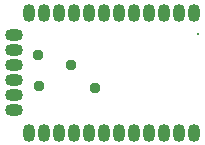
<source format=gbs>
G04 #@! TF.FileFunction,Soldermask,Bot*
%FSLAX46Y46*%
G04 Gerber Fmt 4.6, Leading zero omitted, Abs format (unit mm)*
G04 Created by KiCad (PCBNEW 4.0.0-rc2-stable) date 12/26/2015 3:45:16 PM*
%MOMM*%
G01*
G04 APERTURE LIST*
%ADD10C,0.100000*%
%ADD11C,0.939800*%
%ADD12O,1.016000X1.524000*%
%ADD13C,0.177800*%
%ADD14O,1.524000X1.016000*%
G04 APERTURE END LIST*
D10*
D11*
X106553000Y-121031000D03*
X106629200Y-123698000D03*
X109372400Y-121945400D03*
X111353600Y-123901200D03*
D12*
X105791000Y-117475000D03*
X107061000Y-117475000D03*
X108331000Y-117475000D03*
X109601000Y-117475000D03*
X110871000Y-117475000D03*
X112141000Y-117475000D03*
X113411000Y-117475000D03*
X114681000Y-117475000D03*
X115951000Y-117475000D03*
X117221000Y-117475000D03*
X118491000Y-117475000D03*
X119761000Y-117475000D03*
X105791000Y-127635000D03*
X107061000Y-127635000D03*
X108331000Y-127635000D03*
X109601000Y-127635000D03*
X110871000Y-127635000D03*
X112141000Y-127635000D03*
X113411000Y-127635000D03*
X114681000Y-127635000D03*
X115951000Y-127635000D03*
X117221000Y-127635000D03*
X118491000Y-127635000D03*
X119761000Y-127635000D03*
D13*
X120142000Y-119253000D03*
D14*
X104521000Y-125730000D03*
X104521000Y-124460000D03*
X104521000Y-123190000D03*
X104521000Y-121920000D03*
X104521000Y-120650000D03*
X104521000Y-119380000D03*
M02*

</source>
